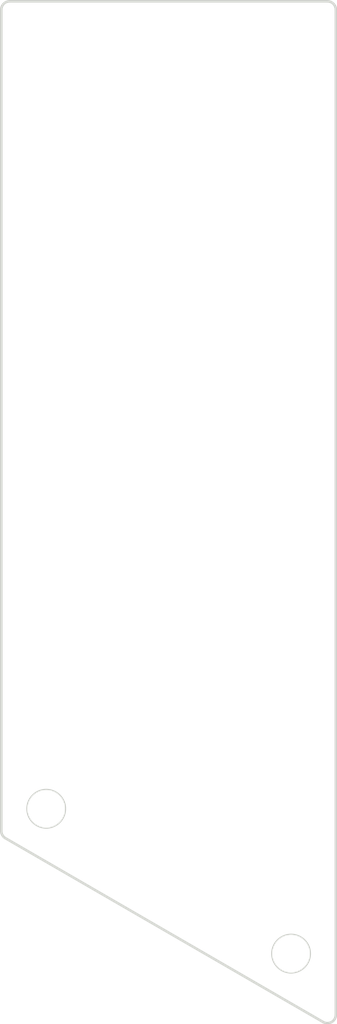
<source format=kicad_pcb>
(kicad_pcb (version 20240108) (generator "pcbnew") (generator_version "8.0")
  (title_block (title "controller_overlay") (date "2024-05-11") (rev "0.2") (company "ceoloide"))
  (layers (0 "F.Cu" signal) (31 "B.Cu" signal) (34 "B.Paste" user) (35 "F.Paste" user) (36 "B.SilkS" user "B.Silkscreen") (37 "F.SilkS" user "F.Silkscreen") (38 "B.Mask" user) (39 "F.Mask" user) (44 "Edge.Cuts" user))
  (net 0 "")
  (footprint "ceoloide:mounting_hole_npth" (layer "F.Cu") (at 222.194 108.995)
    (property "Reference" "MH2" (hide yes))
    (property "Value" "")
    (pad "" np_thru_hole circle (at 0 0) (size 2.2 2.2) (drill 2.2) (layers "*.Cu" "*.Mask"))
  )
  (footprint "ceoloide:mounting_hole_npth" (layer "F.Cu") (at 207.762 100.476)
    (property "Reference" "MH1" (hide yes))
    (property "Value" "")
    (pad "" np_thru_hole circle (at 0 0) (size 2.2 2.2) (drill 2.2) (layers "*.Cu" "*.Mask"))
  )
  (gr_line (start 224.083 113.017987) (end 205.363 102.20999) (stroke (width 0.15)) (layer "Edge.Cuts"))
  (gr_arc (start 224.333 52.99) (mid 224.686553 53.136447) (end 224.833 53.49) (stroke (width 0.15)) (layer "Edge.Cuts"))
  (gr_arc (start 224.833 112.584975) (mid 224.582996 113.017974) (end 224.083 113.017987) (stroke (width 0.15)) (layer "Edge.Cuts"))
  (gr_circle (center 222.194 108.995) (end 223.294 108.995) (stroke (width 0.15)) (fill none) (layer "Edge.Cuts"))
  (gr_arc (start 205.113 53.49) (mid 205.259447 53.136447) (end 205.613 52.99) (stroke (width 0.15)) (layer "Edge.Cuts"))
  (gr_arc (start 205.363 102.20999) (mid 205.179996 102.026976) (end 205.113 101.776978) (stroke (width 0.15)) (layer "Edge.Cuts"))
  (gr_line (start 224.833 53.49) (end 224.833 112.584975) (stroke (width 0.15)) (layer "Edge.Cuts"))
  (gr_line (start 205.613 52.99) (end 224.333 52.99) (stroke (width 0.15)) (layer "Edge.Cuts"))
  (gr_circle (center 207.762 100.476) (end 208.862 100.476) (stroke (width 0.15)) (fill none) (layer "Edge.Cuts"))
  (gr_line (start 205.113 101.776978) (end 205.113 53.49) (stroke (width 0.15)) (layer "Edge.Cuts"))
)
</source>
